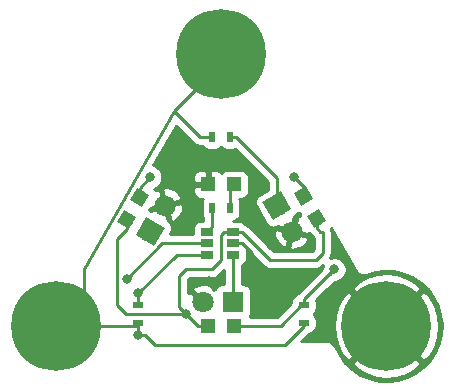
<source format=gbr>
G04 #@! TF.GenerationSoftware,KiCad,Pcbnew,(5.0.0)*
G04 #@! TF.CreationDate,2018-09-04T17:15:42+01:00*
G04 #@! TF.ProjectId,BlinkIR,426C696E6B49522E6B696361645F7063,rev?*
G04 #@! TF.SameCoordinates,Original*
G04 #@! TF.FileFunction,Copper,L1,Top,Signal*
G04 #@! TF.FilePolarity,Positive*
%FSLAX46Y46*%
G04 Gerber Fmt 4.6, Leading zero omitted, Abs format (unit mm)*
G04 Created by KiCad (PCBNEW (5.0.0)) date 09/04/18 17:15:42*
%MOMM*%
%LPD*%
G01*
G04 APERTURE LIST*
G04 #@! TA.AperFunction,SMDPad,CuDef*
%ADD10R,1.200000X1.200000*%
G04 #@! TD*
G04 #@! TA.AperFunction,SMDPad,CuDef*
%ADD11R,0.500000X0.900000*%
G04 #@! TD*
G04 #@! TA.AperFunction,SMDPad,CuDef*
%ADD12R,0.900000X0.500000*%
G04 #@! TD*
G04 #@! TA.AperFunction,SMDPad,CuDef*
%ADD13R,1.060000X0.650000*%
G04 #@! TD*
G04 #@! TA.AperFunction,SMDPad,CuDef*
%ADD14C,1.200000*%
G04 #@! TD*
G04 #@! TA.AperFunction,Conductor*
%ADD15C,0.100000*%
G04 #@! TD*
G04 #@! TA.AperFunction,ComponentPad*
%ADD16C,7.600000*%
G04 #@! TD*
G04 #@! TA.AperFunction,ComponentPad*
%ADD17C,1.800000*%
G04 #@! TD*
G04 #@! TA.AperFunction,ComponentPad*
%ADD18R,1.800000X1.800000*%
G04 #@! TD*
G04 #@! TA.AperFunction,ViaPad*
%ADD19C,0.800000*%
G04 #@! TD*
G04 #@! TA.AperFunction,Conductor*
%ADD20C,0.250000*%
G04 #@! TD*
G04 #@! TA.AperFunction,Conductor*
%ADD21C,0.254000*%
G04 #@! TD*
G04 APERTURE END LIST*
D10*
G04 #@! TO.P,D1,1*
G04 #@! TO.N,GND*
X182900000Y-62000000D03*
G04 #@! TO.P,D1,2*
G04 #@! TO.N,Net-(D1-Pad2)*
X185100000Y-62000000D03*
G04 #@! TD*
D11*
G04 #@! TO.P,R1,2*
G04 #@! TO.N,Net-(D1-Pad2)*
X184750000Y-64000000D03*
G04 #@! TO.P,R1,1*
G04 #@! TO.N,/BLINK*
X183250000Y-64000000D03*
G04 #@! TD*
D12*
G04 #@! TO.P,R2,2*
G04 #@! TO.N,VCC*
X177000000Y-73750000D03*
G04 #@! TO.P,R2,1*
G04 #@! TO.N,/RESET*
X177000000Y-72250000D03*
G04 #@! TD*
G04 #@! TO.P,R3,1*
G04 #@! TO.N,VCC*
X191000000Y-73750000D03*
G04 #@! TO.P,R3,2*
G04 #@! TO.N,Net-(D2-Pad2)*
X191000000Y-72250000D03*
G04 #@! TD*
D11*
G04 #@! TO.P,R4,1*
G04 #@! TO.N,VCC*
X183250000Y-58000000D03*
G04 #@! TO.P,R4,2*
G04 #@! TO.N,/SENCE_BLINK*
X184750000Y-58000000D03*
G04 #@! TD*
D13*
G04 #@! TO.P,U1,5*
G04 #@! TO.N,VCC*
X182800000Y-67000000D03*
G04 #@! TO.P,U1,6*
G04 #@! TO.N,/RESET*
X182800000Y-67950000D03*
G04 #@! TO.P,U1,4*
G04 #@! TO.N,/BLINK*
X182800000Y-66050000D03*
G04 #@! TO.P,U1,3*
G04 #@! TO.N,/SEND_BLINK*
X185000000Y-66050000D03*
G04 #@! TO.P,U1,2*
G04 #@! TO.N,GND*
X185000000Y-67000000D03*
G04 #@! TO.P,U1,1*
G04 #@! TO.N,/SENCE_BLINK*
X185000000Y-67950000D03*
G04 #@! TD*
D14*
G04 #@! TO.P,D2,1*
G04 #@! TO.N,/SEND_BLINK*
X192100000Y-64905256D03*
D15*
G04 #@! TD*
G04 #@! TO.N,/SEND_BLINK*
G04 #@! TO.C,D2*
G36*
X191280385Y-64685641D02*
X192319615Y-64085641D01*
X192919615Y-65124871D01*
X191880385Y-65724871D01*
X191280385Y-64685641D01*
X191280385Y-64685641D01*
G37*
D14*
G04 #@! TO.P,D2,2*
G04 #@! TO.N,Net-(D2-Pad2)*
X191000000Y-63000000D03*
D15*
G04 #@! TD*
G04 #@! TO.N,Net-(D2-Pad2)*
G04 #@! TO.C,D2*
G36*
X190180385Y-62780385D02*
X191219615Y-62180385D01*
X191819615Y-63219615D01*
X190780385Y-63819615D01*
X190180385Y-62780385D01*
X190180385Y-62780385D01*
G37*
D10*
G04 #@! TO.P,D3,2*
G04 #@! TO.N,Net-(D2-Pad2)*
X185100000Y-74000000D03*
G04 #@! TO.P,D3,1*
G04 #@! TO.N,/SEND_BLINK*
X182900000Y-74000000D03*
G04 #@! TD*
D14*
G04 #@! TO.P,D4,1*
G04 #@! TO.N,/SEND_BLINK*
X176000000Y-65000000D03*
D15*
G04 #@! TD*
G04 #@! TO.N,/SEND_BLINK*
G04 #@! TO.C,D4*
G36*
X175780385Y-64180385D02*
X176819615Y-64780385D01*
X176219615Y-65819615D01*
X175180385Y-65219615D01*
X175780385Y-64180385D01*
X175780385Y-64180385D01*
G37*
D14*
G04 #@! TO.P,D4,2*
G04 #@! TO.N,Net-(D2-Pad2)*
X177100000Y-63094744D03*
D15*
G04 #@! TD*
G04 #@! TO.N,Net-(D2-Pad2)*
G04 #@! TO.C,D4*
G36*
X176880385Y-62275129D02*
X177919615Y-62875129D01*
X177319615Y-63914359D01*
X176280385Y-63314359D01*
X176880385Y-62275129D01*
X176880385Y-62275129D01*
G37*
D16*
G04 #@! TO.P,J1,1*
G04 #@! TO.N,VCC*
X184000000Y-51000000D03*
G04 #@! TD*
G04 #@! TO.P,J2,1*
G04 #@! TO.N,VCC*
X170000000Y-74000000D03*
G04 #@! TD*
G04 #@! TO.P,J3,1*
G04 #@! TO.N,GND*
X198000000Y-74000000D03*
G04 #@! TD*
D17*
G04 #@! TO.P,Q1,2*
G04 #@! TO.N,GND*
X182460000Y-72000000D03*
D18*
G04 #@! TO.P,Q1,1*
G04 #@! TO.N,/SENCE_BLINK*
X185000000Y-72000000D03*
G04 #@! TD*
D17*
G04 #@! TO.P,Q2,1*
G04 #@! TO.N,/SENCE_BLINK*
X178000000Y-66000000D03*
D15*
G04 #@! TD*
G04 #@! TO.N,/SENCE_BLINK*
G04 #@! TO.C,Q2*
G36*
X178329423Y-67229423D02*
X176770577Y-66329423D01*
X177670577Y-64770577D01*
X179229423Y-65670577D01*
X178329423Y-67229423D01*
X178329423Y-67229423D01*
G37*
D17*
G04 #@! TO.P,Q2,2*
G04 #@! TO.N,GND*
X179270000Y-63800295D03*
G04 #@! TD*
G04 #@! TO.P,Q3,2*
G04 #@! TO.N,GND*
X190000000Y-66000000D03*
G04 #@! TO.P,Q3,1*
G04 #@! TO.N,/SENCE_BLINK*
X188730000Y-63800295D03*
D15*
G04 #@! TD*
G04 #@! TO.N,/SENCE_BLINK*
G04 #@! TO.C,Q3*
G36*
X187500577Y-63470872D02*
X189059423Y-62570872D01*
X189959423Y-64129718D01*
X188400577Y-65029718D01*
X187500577Y-63470872D01*
X187500577Y-63470872D01*
G37*
D19*
G04 #@! TO.N,VCC*
X177000000Y-74800000D03*
X176018482Y-70000000D03*
G04 #@! TO.N,GND*
X188200000Y-70400000D03*
X183000000Y-70200000D03*
X186600000Y-68800000D03*
G04 #@! TO.N,/RESET*
X177000000Y-71200000D03*
G04 #@! TO.N,Net-(D2-Pad2)*
X178000000Y-61400000D03*
X190200000Y-61400000D03*
X193600000Y-69200000D03*
G04 #@! TO.N,/SEND_BLINK*
X181000000Y-72950000D03*
G04 #@! TD*
D20*
G04 #@! TO.N,VCC*
X184000000Y-51000000D02*
X184000000Y-51800000D01*
X172369815Y-71630185D02*
X170000000Y-74000000D01*
X172369815Y-69159069D02*
X172369815Y-71630185D01*
X180008324Y-55791676D02*
X172369815Y-69159069D01*
X184000000Y-51800000D02*
X180008324Y-55791676D01*
X176750000Y-74000000D02*
X177000000Y-73750000D01*
X170000000Y-74000000D02*
X176750000Y-74000000D01*
X177000000Y-73750000D02*
X177000000Y-74250000D01*
X177000000Y-74250000D02*
X177000000Y-74800000D01*
X177000000Y-74800000D02*
X177000000Y-74800000D01*
X191000000Y-74000000D02*
X191000000Y-73750000D01*
X189400000Y-75600000D02*
X191000000Y-74000000D01*
X178365685Y-75600000D02*
X189400000Y-75600000D01*
X177000000Y-74800000D02*
X177565685Y-74800000D01*
X177565685Y-74800000D02*
X178365685Y-75600000D01*
X182216648Y-58000000D02*
X180008324Y-55791676D01*
X183250000Y-58000000D02*
X182216648Y-58000000D01*
X179018482Y-67000000D02*
X176018482Y-70000000D01*
X182800000Y-67000000D02*
X179018482Y-67000000D01*
X176018482Y-70000000D02*
X176018482Y-70000000D01*
G04 #@! TO.N,GND*
X186600000Y-68234315D02*
X186600000Y-68800000D01*
X186600000Y-67820000D02*
X186600000Y-68234315D01*
X185780000Y-67000000D02*
X186600000Y-67820000D01*
X185000000Y-67000000D02*
X185780000Y-67000000D01*
G04 #@! TO.N,Net-(D1-Pad2)*
X184750000Y-62350000D02*
X185100000Y-62000000D01*
X184750000Y-64000000D02*
X184750000Y-62350000D01*
G04 #@! TO.N,/BLINK*
X183250000Y-65600000D02*
X182800000Y-66050000D01*
X183250000Y-64000000D02*
X183250000Y-65600000D01*
G04 #@! TO.N,/RESET*
X177000000Y-72250000D02*
X177000000Y-71750000D01*
X177000000Y-71750000D02*
X177000000Y-71200000D01*
X177000000Y-71200000D02*
X177000000Y-71200000D01*
X180250000Y-67950000D02*
X177000000Y-71200000D01*
X182800000Y-67950000D02*
X180250000Y-67950000D01*
G04 #@! TO.N,Net-(D2-Pad2)*
X185950000Y-74000000D02*
X185100000Y-74000000D01*
X189050000Y-74000000D02*
X185950000Y-74000000D01*
X190800000Y-72250000D02*
X189050000Y-74000000D01*
X191000000Y-72250000D02*
X190800000Y-72250000D01*
X177100000Y-63094744D02*
X177100000Y-62300000D01*
X177100000Y-62300000D02*
X178000000Y-61400000D01*
X191000000Y-63000000D02*
X191000000Y-62207180D01*
X178000000Y-61400000D02*
X178000000Y-61400000D01*
X190400000Y-61607180D02*
X190400000Y-61607180D01*
X190592820Y-61792820D02*
X190200000Y-61400000D01*
X190592820Y-61800000D02*
X190592820Y-61792820D01*
X190592820Y-61800000D02*
X190400000Y-61607180D01*
X191000000Y-62207180D02*
X190592820Y-61800000D01*
X191000000Y-71750000D02*
X193600000Y-69200000D01*
X191000000Y-72250000D02*
X191000000Y-71750000D01*
X193150000Y-69600000D02*
X193200000Y-69600000D01*
X193200000Y-69600000D02*
X193600000Y-69200000D01*
X193600000Y-69200000D02*
X193150000Y-69600000D01*
G04 #@! TO.N,/SENCE_BLINK*
X188730000Y-61480000D02*
X188730000Y-63800295D01*
X184750000Y-58000000D02*
X185250000Y-58000000D01*
X185250000Y-58000000D02*
X188730000Y-61480000D01*
X185000000Y-67950000D02*
X185000000Y-72000000D01*
G04 #@! TO.N,/SEND_BLINK*
X185780000Y-66050000D02*
X188130000Y-68400000D01*
X185000000Y-66050000D02*
X185780000Y-66050000D01*
X188130000Y-68400000D02*
X192000000Y-68400000D01*
X192000000Y-68400000D02*
X192600000Y-67800000D01*
X192600000Y-67800000D02*
X192600000Y-66000000D01*
X192100000Y-65698076D02*
X192100000Y-64905256D01*
X192401924Y-66000000D02*
X192100000Y-65698076D01*
X192600000Y-66000000D02*
X192401924Y-66000000D01*
X184000000Y-68400000D02*
X184000000Y-66270000D01*
X184220000Y-66050000D02*
X185000000Y-66050000D01*
X182900000Y-74000000D02*
X182050000Y-74000000D01*
X180400000Y-72350000D02*
X180400000Y-69800000D01*
X180400000Y-69800000D02*
X181000000Y-69200000D01*
X184000000Y-66270000D02*
X184220000Y-66050000D01*
X181000000Y-69200000D02*
X183200000Y-69200000D01*
X183200000Y-69200000D02*
X184000000Y-68400000D01*
X175950000Y-72950000D02*
X181000000Y-72950000D01*
X181000000Y-72950000D02*
X180400000Y-72350000D01*
X182050000Y-74000000D02*
X181000000Y-72950000D01*
X176000000Y-65000000D02*
X176000000Y-65792820D01*
X176000000Y-65792820D02*
X175200000Y-66592820D01*
X175200000Y-66592820D02*
X175200000Y-72200000D01*
X175200000Y-72200000D02*
X175950000Y-72950000D01*
X181000000Y-72950000D02*
X181000000Y-72950000D01*
G04 #@! TD*
D21*
G04 #@! TO.N,GND*
G36*
X195400850Y-69382539D02*
X195461521Y-69468006D01*
X195563172Y-69564066D01*
X195681609Y-69638448D01*
X195812282Y-69688296D01*
X195950169Y-69711692D01*
X196089971Y-69707738D01*
X196226316Y-69676587D01*
X196248681Y-69666573D01*
X197044395Y-69426312D01*
X197853117Y-69329858D01*
X198666313Y-69375302D01*
X199459263Y-69561267D01*
X200207868Y-69882097D01*
X200889390Y-70328049D01*
X201483124Y-70885575D01*
X201971024Y-71537731D01*
X202338261Y-72264693D01*
X202573688Y-73044395D01*
X202670142Y-73853118D01*
X202624698Y-74666315D01*
X202438733Y-75459263D01*
X202117903Y-76207867D01*
X201671949Y-76889392D01*
X201114425Y-77483124D01*
X200462271Y-77971023D01*
X199735307Y-78338262D01*
X198955607Y-78573688D01*
X198146882Y-78670142D01*
X197333685Y-78624698D01*
X196540737Y-78438733D01*
X195792133Y-78117903D01*
X195110608Y-77671949D01*
X194530709Y-77127414D01*
X195052191Y-77127414D01*
X195484368Y-77678536D01*
X196250351Y-78098629D01*
X197083573Y-78361215D01*
X197952013Y-78456201D01*
X198822297Y-78379938D01*
X199660980Y-78135356D01*
X200435833Y-77731855D01*
X200515632Y-77678536D01*
X200947809Y-77127414D01*
X198000000Y-74179605D01*
X195052191Y-77127414D01*
X194530709Y-77127414D01*
X194516876Y-77114425D01*
X194028977Y-76462271D01*
X193661527Y-75734888D01*
X193659128Y-75726980D01*
X193593200Y-75603637D01*
X193504475Y-75495525D01*
X193396363Y-75406800D01*
X193273020Y-75340872D01*
X193139184Y-75300273D01*
X193034877Y-75290000D01*
X190784802Y-75290000D01*
X191436730Y-74638072D01*
X191450000Y-74638072D01*
X191574482Y-74625812D01*
X191694180Y-74589502D01*
X191804494Y-74530537D01*
X191901185Y-74451185D01*
X191980537Y-74354494D01*
X192039502Y-74244180D01*
X192075812Y-74124482D01*
X192088072Y-74000000D01*
X192088072Y-73952013D01*
X193543799Y-73952013D01*
X193620062Y-74822297D01*
X193864644Y-75660980D01*
X194268145Y-76435833D01*
X194321464Y-76515632D01*
X194872586Y-76947809D01*
X197820395Y-74000000D01*
X198179605Y-74000000D01*
X201127414Y-76947809D01*
X201678536Y-76515632D01*
X202098629Y-75749649D01*
X202361215Y-74916427D01*
X202456201Y-74047987D01*
X202379938Y-73177703D01*
X202135356Y-72339020D01*
X201731855Y-71564167D01*
X201678536Y-71484368D01*
X201127414Y-71052191D01*
X198179605Y-74000000D01*
X197820395Y-74000000D01*
X194872586Y-71052191D01*
X194321464Y-71484368D01*
X193901371Y-72250351D01*
X193638785Y-73083573D01*
X193543799Y-73952013D01*
X192088072Y-73952013D01*
X192088072Y-73500000D01*
X192075812Y-73375518D01*
X192039502Y-73255820D01*
X191980537Y-73145506D01*
X191901185Y-73048815D01*
X191841704Y-73000000D01*
X191901185Y-72951185D01*
X191980537Y-72854494D01*
X192039502Y-72744180D01*
X192075812Y-72624482D01*
X192088072Y-72500000D01*
X192088072Y-72000000D01*
X192075812Y-71875518D01*
X192048663Y-71786020D01*
X192980007Y-70872586D01*
X195052191Y-70872586D01*
X198000000Y-73820395D01*
X200947809Y-70872586D01*
X200515632Y-70321464D01*
X199749649Y-69901371D01*
X198916427Y-69638785D01*
X198047987Y-69543799D01*
X197177703Y-69620062D01*
X196339020Y-69864644D01*
X195564167Y-70268145D01*
X195484368Y-70321464D01*
X195052191Y-70872586D01*
X192980007Y-70872586D01*
X193630096Y-70235000D01*
X193701939Y-70235000D01*
X193901898Y-70195226D01*
X194090256Y-70117205D01*
X194259774Y-70003937D01*
X194403937Y-69859774D01*
X194517205Y-69690256D01*
X194595226Y-69501898D01*
X194635000Y-69301939D01*
X194635000Y-69098061D01*
X194595226Y-68898102D01*
X194517205Y-68709744D01*
X194403937Y-68540226D01*
X194259774Y-68396063D01*
X194090256Y-68282795D01*
X193901898Y-68204774D01*
X193701939Y-68165000D01*
X193498061Y-68165000D01*
X193298102Y-68204774D01*
X193226711Y-68234345D01*
X193234974Y-68224277D01*
X193305546Y-68092247D01*
X193326350Y-68023663D01*
X193349003Y-67948986D01*
X193360000Y-67837333D01*
X193360000Y-67837324D01*
X193363676Y-67800001D01*
X193360000Y-67762678D01*
X193360000Y-66037333D01*
X193363677Y-66000000D01*
X193349003Y-65851014D01*
X193310721Y-65724812D01*
X195400850Y-69382539D01*
X195400850Y-69382539D01*
G37*
X195400850Y-69382539D02*
X195461521Y-69468006D01*
X195563172Y-69564066D01*
X195681609Y-69638448D01*
X195812282Y-69688296D01*
X195950169Y-69711692D01*
X196089971Y-69707738D01*
X196226316Y-69676587D01*
X196248681Y-69666573D01*
X197044395Y-69426312D01*
X197853117Y-69329858D01*
X198666313Y-69375302D01*
X199459263Y-69561267D01*
X200207868Y-69882097D01*
X200889390Y-70328049D01*
X201483124Y-70885575D01*
X201971024Y-71537731D01*
X202338261Y-72264693D01*
X202573688Y-73044395D01*
X202670142Y-73853118D01*
X202624698Y-74666315D01*
X202438733Y-75459263D01*
X202117903Y-76207867D01*
X201671949Y-76889392D01*
X201114425Y-77483124D01*
X200462271Y-77971023D01*
X199735307Y-78338262D01*
X198955607Y-78573688D01*
X198146882Y-78670142D01*
X197333685Y-78624698D01*
X196540737Y-78438733D01*
X195792133Y-78117903D01*
X195110608Y-77671949D01*
X194530709Y-77127414D01*
X195052191Y-77127414D01*
X195484368Y-77678536D01*
X196250351Y-78098629D01*
X197083573Y-78361215D01*
X197952013Y-78456201D01*
X198822297Y-78379938D01*
X199660980Y-78135356D01*
X200435833Y-77731855D01*
X200515632Y-77678536D01*
X200947809Y-77127414D01*
X198000000Y-74179605D01*
X195052191Y-77127414D01*
X194530709Y-77127414D01*
X194516876Y-77114425D01*
X194028977Y-76462271D01*
X193661527Y-75734888D01*
X193659128Y-75726980D01*
X193593200Y-75603637D01*
X193504475Y-75495525D01*
X193396363Y-75406800D01*
X193273020Y-75340872D01*
X193139184Y-75300273D01*
X193034877Y-75290000D01*
X190784802Y-75290000D01*
X191436730Y-74638072D01*
X191450000Y-74638072D01*
X191574482Y-74625812D01*
X191694180Y-74589502D01*
X191804494Y-74530537D01*
X191901185Y-74451185D01*
X191980537Y-74354494D01*
X192039502Y-74244180D01*
X192075812Y-74124482D01*
X192088072Y-74000000D01*
X192088072Y-73952013D01*
X193543799Y-73952013D01*
X193620062Y-74822297D01*
X193864644Y-75660980D01*
X194268145Y-76435833D01*
X194321464Y-76515632D01*
X194872586Y-76947809D01*
X197820395Y-74000000D01*
X198179605Y-74000000D01*
X201127414Y-76947809D01*
X201678536Y-76515632D01*
X202098629Y-75749649D01*
X202361215Y-74916427D01*
X202456201Y-74047987D01*
X202379938Y-73177703D01*
X202135356Y-72339020D01*
X201731855Y-71564167D01*
X201678536Y-71484368D01*
X201127414Y-71052191D01*
X198179605Y-74000000D01*
X197820395Y-74000000D01*
X194872586Y-71052191D01*
X194321464Y-71484368D01*
X193901371Y-72250351D01*
X193638785Y-73083573D01*
X193543799Y-73952013D01*
X192088072Y-73952013D01*
X192088072Y-73500000D01*
X192075812Y-73375518D01*
X192039502Y-73255820D01*
X191980537Y-73145506D01*
X191901185Y-73048815D01*
X191841704Y-73000000D01*
X191901185Y-72951185D01*
X191980537Y-72854494D01*
X192039502Y-72744180D01*
X192075812Y-72624482D01*
X192088072Y-72500000D01*
X192088072Y-72000000D01*
X192075812Y-71875518D01*
X192048663Y-71786020D01*
X192980007Y-70872586D01*
X195052191Y-70872586D01*
X198000000Y-73820395D01*
X200947809Y-70872586D01*
X200515632Y-70321464D01*
X199749649Y-69901371D01*
X198916427Y-69638785D01*
X198047987Y-69543799D01*
X197177703Y-69620062D01*
X196339020Y-69864644D01*
X195564167Y-70268145D01*
X195484368Y-70321464D01*
X195052191Y-70872586D01*
X192980007Y-70872586D01*
X193630096Y-70235000D01*
X193701939Y-70235000D01*
X193901898Y-70195226D01*
X194090256Y-70117205D01*
X194259774Y-70003937D01*
X194403937Y-69859774D01*
X194517205Y-69690256D01*
X194595226Y-69501898D01*
X194635000Y-69301939D01*
X194635000Y-69098061D01*
X194595226Y-68898102D01*
X194517205Y-68709744D01*
X194403937Y-68540226D01*
X194259774Y-68396063D01*
X194090256Y-68282795D01*
X193901898Y-68204774D01*
X193701939Y-68165000D01*
X193498061Y-68165000D01*
X193298102Y-68204774D01*
X193226711Y-68234345D01*
X193234974Y-68224277D01*
X193305546Y-68092247D01*
X193326350Y-68023663D01*
X193349003Y-67948986D01*
X193360000Y-67837333D01*
X193360000Y-67837324D01*
X193363676Y-67800001D01*
X193360000Y-67762678D01*
X193360000Y-66037333D01*
X193363677Y-66000000D01*
X193349003Y-65851014D01*
X193310721Y-65724812D01*
X195400850Y-69382539D01*
G36*
X187566201Y-68911003D02*
X187589999Y-68940001D01*
X187705724Y-69034974D01*
X187837753Y-69105546D01*
X187981014Y-69149003D01*
X188092667Y-69160000D01*
X188092677Y-69160000D01*
X188130000Y-69163676D01*
X188167323Y-69160000D01*
X191962678Y-69160000D01*
X192000000Y-69163676D01*
X192037322Y-69160000D01*
X192037333Y-69160000D01*
X192148986Y-69149003D01*
X192292247Y-69105546D01*
X192424276Y-69034974D01*
X192540001Y-68940001D01*
X192563803Y-68910998D01*
X192624626Y-68850175D01*
X192604774Y-68898102D01*
X192565000Y-69098061D01*
X192565000Y-69113238D01*
X192541036Y-69139170D01*
X192529292Y-69158341D01*
X192515026Y-69175724D01*
X192490266Y-69222045D01*
X192487459Y-69226629D01*
X190491849Y-71183861D01*
X190460000Y-71209999D01*
X190414874Y-71264984D01*
X190369175Y-71319580D01*
X190367389Y-71322845D01*
X190365026Y-71325724D01*
X190331451Y-71388537D01*
X190322147Y-71405545D01*
X190305820Y-71410498D01*
X190195506Y-71469463D01*
X190098815Y-71548815D01*
X190019463Y-71645506D01*
X189960498Y-71755820D01*
X189924188Y-71875518D01*
X189911928Y-72000000D01*
X189911928Y-72063270D01*
X188735199Y-73240000D01*
X186438284Y-73240000D01*
X186489502Y-73144180D01*
X186525812Y-73024482D01*
X186538072Y-72900000D01*
X186538072Y-71100000D01*
X186525812Y-70975518D01*
X186489502Y-70855820D01*
X186430537Y-70745506D01*
X186351185Y-70648815D01*
X186254494Y-70569463D01*
X186144180Y-70510498D01*
X186024482Y-70474188D01*
X185900000Y-70461928D01*
X185760000Y-70461928D01*
X185760000Y-68868803D01*
X185774180Y-68864502D01*
X185884494Y-68805537D01*
X185981185Y-68726185D01*
X186060537Y-68629494D01*
X186119502Y-68519180D01*
X186155812Y-68399482D01*
X186168072Y-68275000D01*
X186168072Y-67625000D01*
X186155822Y-67500624D01*
X187566201Y-68911003D01*
X187566201Y-68911003D01*
G37*
X187566201Y-68911003D02*
X187589999Y-68940001D01*
X187705724Y-69034974D01*
X187837753Y-69105546D01*
X187981014Y-69149003D01*
X188092667Y-69160000D01*
X188092677Y-69160000D01*
X188130000Y-69163676D01*
X188167323Y-69160000D01*
X191962678Y-69160000D01*
X192000000Y-69163676D01*
X192037322Y-69160000D01*
X192037333Y-69160000D01*
X192148986Y-69149003D01*
X192292247Y-69105546D01*
X192424276Y-69034974D01*
X192540001Y-68940001D01*
X192563803Y-68910998D01*
X192624626Y-68850175D01*
X192604774Y-68898102D01*
X192565000Y-69098061D01*
X192565000Y-69113238D01*
X192541036Y-69139170D01*
X192529292Y-69158341D01*
X192515026Y-69175724D01*
X192490266Y-69222045D01*
X192487459Y-69226629D01*
X190491849Y-71183861D01*
X190460000Y-71209999D01*
X190414874Y-71264984D01*
X190369175Y-71319580D01*
X190367389Y-71322845D01*
X190365026Y-71325724D01*
X190331451Y-71388537D01*
X190322147Y-71405545D01*
X190305820Y-71410498D01*
X190195506Y-71469463D01*
X190098815Y-71548815D01*
X190019463Y-71645506D01*
X189960498Y-71755820D01*
X189924188Y-71875518D01*
X189911928Y-72000000D01*
X189911928Y-72063270D01*
X188735199Y-73240000D01*
X186438284Y-73240000D01*
X186489502Y-73144180D01*
X186525812Y-73024482D01*
X186538072Y-72900000D01*
X186538072Y-71100000D01*
X186525812Y-70975518D01*
X186489502Y-70855820D01*
X186430537Y-70745506D01*
X186351185Y-70648815D01*
X186254494Y-70569463D01*
X186144180Y-70510498D01*
X186024482Y-70474188D01*
X185900000Y-70461928D01*
X185760000Y-70461928D01*
X185760000Y-68868803D01*
X185774180Y-68864502D01*
X185884494Y-68805537D01*
X185981185Y-68726185D01*
X186060537Y-68629494D01*
X186119502Y-68519180D01*
X186155812Y-68399482D01*
X186168072Y-68275000D01*
X186168072Y-67625000D01*
X186155822Y-67500624D01*
X187566201Y-68911003D01*
G36*
X184240001Y-70461928D02*
X184100000Y-70461928D01*
X183975518Y-70474188D01*
X183855820Y-70510498D01*
X183745506Y-70569463D01*
X183648815Y-70648815D01*
X183569463Y-70745506D01*
X183510498Y-70855820D01*
X183507187Y-70866735D01*
X183460422Y-70819970D01*
X183344474Y-70935918D01*
X183260792Y-70681739D01*
X182988225Y-70550842D01*
X182695358Y-70475635D01*
X182393447Y-70459009D01*
X182094093Y-70501603D01*
X181808801Y-70601778D01*
X181659208Y-70681739D01*
X181575525Y-70935920D01*
X182460000Y-71820395D01*
X182474143Y-71806253D01*
X182653748Y-71985858D01*
X182639605Y-72000000D01*
X182653748Y-72014143D01*
X182474143Y-72193748D01*
X182460000Y-72179605D01*
X182445858Y-72193748D01*
X182266253Y-72014143D01*
X182280395Y-72000000D01*
X181395920Y-71115525D01*
X181160000Y-71193196D01*
X181160000Y-70114801D01*
X181314802Y-69960000D01*
X183162678Y-69960000D01*
X183200000Y-69963676D01*
X183237322Y-69960000D01*
X183237333Y-69960000D01*
X183348986Y-69949003D01*
X183492247Y-69905546D01*
X183624276Y-69834974D01*
X183740001Y-69740001D01*
X183763803Y-69710998D01*
X184240000Y-69234801D01*
X184240001Y-70461928D01*
X184240001Y-70461928D01*
G37*
X184240001Y-70461928D02*
X184100000Y-70461928D01*
X183975518Y-70474188D01*
X183855820Y-70510498D01*
X183745506Y-70569463D01*
X183648815Y-70648815D01*
X183569463Y-70745506D01*
X183510498Y-70855820D01*
X183507187Y-70866735D01*
X183460422Y-70819970D01*
X183344474Y-70935918D01*
X183260792Y-70681739D01*
X182988225Y-70550842D01*
X182695358Y-70475635D01*
X182393447Y-70459009D01*
X182094093Y-70501603D01*
X181808801Y-70601778D01*
X181659208Y-70681739D01*
X181575525Y-70935920D01*
X182460000Y-71820395D01*
X182474143Y-71806253D01*
X182653748Y-71985858D01*
X182639605Y-72000000D01*
X182653748Y-72014143D01*
X182474143Y-72193748D01*
X182460000Y-72179605D01*
X182445858Y-72193748D01*
X182266253Y-72014143D01*
X182280395Y-72000000D01*
X181395920Y-71115525D01*
X181160000Y-71193196D01*
X181160000Y-70114801D01*
X181314802Y-69960000D01*
X183162678Y-69960000D01*
X183200000Y-69963676D01*
X183237322Y-69960000D01*
X183237333Y-69960000D01*
X183348986Y-69949003D01*
X183492247Y-69905546D01*
X183624276Y-69834974D01*
X183740001Y-69740001D01*
X183763803Y-69710998D01*
X184240000Y-69234801D01*
X184240001Y-70461928D01*
G36*
X181652848Y-58511002D02*
X181676647Y-58540001D01*
X181792372Y-58634974D01*
X181924401Y-58705546D01*
X182067662Y-58749003D01*
X182179315Y-58760000D01*
X182179323Y-58760000D01*
X182216648Y-58763676D01*
X182253973Y-58760000D01*
X182445680Y-58760000D01*
X182469463Y-58804494D01*
X182548815Y-58901185D01*
X182645506Y-58980537D01*
X182755820Y-59039502D01*
X182875518Y-59075812D01*
X183000000Y-59088072D01*
X183500000Y-59088072D01*
X183624482Y-59075812D01*
X183744180Y-59039502D01*
X183854494Y-58980537D01*
X183951185Y-58901185D01*
X184000000Y-58841704D01*
X184048815Y-58901185D01*
X184145506Y-58980537D01*
X184255820Y-59039502D01*
X184375518Y-59075812D01*
X184500000Y-59088072D01*
X185000000Y-59088072D01*
X185124482Y-59075812D01*
X185221562Y-59046363D01*
X187970000Y-61794802D01*
X187970000Y-62463068D01*
X187181541Y-62918285D01*
X187079867Y-62991144D01*
X186994360Y-63082438D01*
X186928308Y-63188660D01*
X186884247Y-63305727D01*
X186863871Y-63429140D01*
X186867964Y-63554157D01*
X186896367Y-63675973D01*
X186947990Y-63789908D01*
X187847990Y-65348754D01*
X187920849Y-65450428D01*
X188012143Y-65535935D01*
X188118365Y-65601987D01*
X188235432Y-65646048D01*
X188358845Y-65666424D01*
X188483862Y-65662331D01*
X188605678Y-65633928D01*
X188719613Y-65582305D01*
X188786884Y-65543466D01*
X189575045Y-65754653D01*
X189806251Y-65985859D01*
X189985859Y-65806251D01*
X189934260Y-65754652D01*
X190211189Y-64721143D01*
X190278459Y-64682305D01*
X190380133Y-64609446D01*
X190465640Y-64518152D01*
X190531692Y-64411930D01*
X190534142Y-64405422D01*
X190615240Y-64435945D01*
X190691160Y-64448480D01*
X190664055Y-64520496D01*
X190643679Y-64643909D01*
X190644453Y-64667545D01*
X190479283Y-64701983D01*
X190245347Y-65575045D01*
X190014141Y-65806251D01*
X190193749Y-65985859D01*
X190245348Y-65934260D01*
X191363757Y-66233938D01*
X191423544Y-66167017D01*
X191491951Y-66231088D01*
X191598173Y-66297140D01*
X191640009Y-66312886D01*
X191838120Y-66510997D01*
X191840001Y-66513289D01*
X191840000Y-67485198D01*
X191685199Y-67640000D01*
X188444802Y-67640000D01*
X188168559Y-67363757D01*
X189766062Y-67363757D01*
X189965624Y-67542044D01*
X190267123Y-67519120D01*
X190558356Y-67437818D01*
X190828132Y-67301261D01*
X191066083Y-67114697D01*
X191263065Y-66885296D01*
X191352637Y-66741252D01*
X191298017Y-66479283D01*
X190089803Y-66155543D01*
X189766062Y-67363757D01*
X188168559Y-67363757D01*
X186770426Y-65965624D01*
X188457956Y-65965624D01*
X188480880Y-66267123D01*
X188562182Y-66558356D01*
X188698739Y-66828132D01*
X188885303Y-67066083D01*
X189114704Y-67263065D01*
X189258748Y-67352637D01*
X189520717Y-67298017D01*
X189844457Y-66089803D01*
X188636243Y-65766062D01*
X188457956Y-65965624D01*
X186770426Y-65965624D01*
X186343804Y-65539003D01*
X186320001Y-65509999D01*
X186204276Y-65415026D01*
X186072247Y-65344454D01*
X186028189Y-65331089D01*
X185981185Y-65273815D01*
X185884494Y-65194463D01*
X185774180Y-65135498D01*
X185654482Y-65099188D01*
X185530000Y-65086928D01*
X185011616Y-65086928D01*
X185124482Y-65075812D01*
X185244180Y-65039502D01*
X185354494Y-64980537D01*
X185451185Y-64901185D01*
X185530537Y-64804494D01*
X185589502Y-64694180D01*
X185625812Y-64574482D01*
X185638072Y-64450000D01*
X185638072Y-63550000D01*
X185625812Y-63425518D01*
X185589502Y-63305820D01*
X185553289Y-63238072D01*
X185700000Y-63238072D01*
X185824482Y-63225812D01*
X185944180Y-63189502D01*
X186054494Y-63130537D01*
X186151185Y-63051185D01*
X186230537Y-62954494D01*
X186289502Y-62844180D01*
X186325812Y-62724482D01*
X186338072Y-62600000D01*
X186338072Y-61400000D01*
X186325812Y-61275518D01*
X186289502Y-61155820D01*
X186230537Y-61045506D01*
X186151185Y-60948815D01*
X186054494Y-60869463D01*
X185944180Y-60810498D01*
X185824482Y-60774188D01*
X185700000Y-60761928D01*
X184500000Y-60761928D01*
X184375518Y-60774188D01*
X184255820Y-60810498D01*
X184145506Y-60869463D01*
X184048815Y-60948815D01*
X184001092Y-61006966D01*
X183993237Y-60995211D01*
X183904789Y-60906763D01*
X183800785Y-60837270D01*
X183685223Y-60789403D01*
X183562542Y-60765000D01*
X183185750Y-60765000D01*
X183027000Y-60923750D01*
X183027000Y-61873000D01*
X183047000Y-61873000D01*
X183047000Y-62127000D01*
X183027000Y-62127000D01*
X183027000Y-62147000D01*
X182773000Y-62147000D01*
X182773000Y-62127000D01*
X181823750Y-62127000D01*
X181665000Y-62285750D01*
X181665000Y-62662542D01*
X181689403Y-62785223D01*
X181737270Y-62900785D01*
X181806763Y-63004789D01*
X181895211Y-63093237D01*
X181999215Y-63162730D01*
X182114777Y-63210597D01*
X182237458Y-63235000D01*
X182448353Y-63235000D01*
X182410498Y-63305820D01*
X182374188Y-63425518D01*
X182361928Y-63550000D01*
X182361928Y-64450000D01*
X182374188Y-64574482D01*
X182410498Y-64694180D01*
X182469463Y-64804494D01*
X182490001Y-64829519D01*
X182490001Y-65086928D01*
X182270000Y-65086928D01*
X182145518Y-65099188D01*
X182025820Y-65135498D01*
X181915506Y-65194463D01*
X181818815Y-65273815D01*
X181739463Y-65370506D01*
X181680498Y-65480820D01*
X181644188Y-65600518D01*
X181631928Y-65725000D01*
X181631928Y-66240000D01*
X179637449Y-66240000D01*
X179782010Y-65989613D01*
X179833633Y-65875678D01*
X179862036Y-65753862D01*
X179866129Y-65628845D01*
X179845753Y-65505432D01*
X179801692Y-65388365D01*
X179735640Y-65282143D01*
X179650133Y-65190849D01*
X179548459Y-65117990D01*
X179481189Y-65079152D01*
X179204260Y-64045643D01*
X179255859Y-63994044D01*
X179151913Y-63890098D01*
X179425543Y-63890098D01*
X179749283Y-65098312D01*
X180011252Y-65152932D01*
X180260895Y-64982330D01*
X180472459Y-64766304D01*
X180637814Y-64513154D01*
X180750604Y-64232609D01*
X180806495Y-63935451D01*
X180812044Y-63765919D01*
X180633757Y-63566357D01*
X179425543Y-63890098D01*
X179151913Y-63890098D01*
X179076251Y-63814436D01*
X178845045Y-64045642D01*
X178056884Y-64256829D01*
X177989613Y-64217990D01*
X177903596Y-64179017D01*
X178002001Y-64008575D01*
X179024652Y-63734555D01*
X179076251Y-63786154D01*
X179255859Y-63606546D01*
X179024653Y-63375340D01*
X178790717Y-62502278D01*
X178528748Y-62447658D01*
X178439488Y-62508657D01*
X178425832Y-62486695D01*
X178378855Y-62436538D01*
X179036062Y-62436538D01*
X179359803Y-63644752D01*
X180568017Y-63321012D01*
X180622637Y-63059043D01*
X180452035Y-62809400D01*
X180236009Y-62597836D01*
X179982859Y-62432481D01*
X179702314Y-62319691D01*
X179405156Y-62263800D01*
X179235624Y-62258251D01*
X179036062Y-62436538D01*
X178378855Y-62436538D01*
X178340325Y-62395401D01*
X178326094Y-62385203D01*
X178490256Y-62317205D01*
X178659774Y-62203937D01*
X178803937Y-62059774D01*
X178917205Y-61890256D01*
X178995226Y-61701898D01*
X179035000Y-61501939D01*
X179035000Y-61337458D01*
X181665000Y-61337458D01*
X181665000Y-61714250D01*
X181823750Y-61873000D01*
X182773000Y-61873000D01*
X182773000Y-60923750D01*
X182614250Y-60765000D01*
X182237458Y-60765000D01*
X182114777Y-60789403D01*
X181999215Y-60837270D01*
X181895211Y-60906763D01*
X181806763Y-60995211D01*
X181737270Y-61099215D01*
X181689403Y-61214777D01*
X181665000Y-61337458D01*
X179035000Y-61337458D01*
X179035000Y-61298061D01*
X178995226Y-61098102D01*
X178917205Y-60909744D01*
X178803937Y-60740226D01*
X178659774Y-60596063D01*
X178490256Y-60482795D01*
X178301898Y-60404774D01*
X178253141Y-60395076D01*
X180174516Y-57032669D01*
X181652848Y-58511002D01*
X181652848Y-58511002D01*
G37*
X181652848Y-58511002D02*
X181676647Y-58540001D01*
X181792372Y-58634974D01*
X181924401Y-58705546D01*
X182067662Y-58749003D01*
X182179315Y-58760000D01*
X182179323Y-58760000D01*
X182216648Y-58763676D01*
X182253973Y-58760000D01*
X182445680Y-58760000D01*
X182469463Y-58804494D01*
X182548815Y-58901185D01*
X182645506Y-58980537D01*
X182755820Y-59039502D01*
X182875518Y-59075812D01*
X183000000Y-59088072D01*
X183500000Y-59088072D01*
X183624482Y-59075812D01*
X183744180Y-59039502D01*
X183854494Y-58980537D01*
X183951185Y-58901185D01*
X184000000Y-58841704D01*
X184048815Y-58901185D01*
X184145506Y-58980537D01*
X184255820Y-59039502D01*
X184375518Y-59075812D01*
X184500000Y-59088072D01*
X185000000Y-59088072D01*
X185124482Y-59075812D01*
X185221562Y-59046363D01*
X187970000Y-61794802D01*
X187970000Y-62463068D01*
X187181541Y-62918285D01*
X187079867Y-62991144D01*
X186994360Y-63082438D01*
X186928308Y-63188660D01*
X186884247Y-63305727D01*
X186863871Y-63429140D01*
X186867964Y-63554157D01*
X186896367Y-63675973D01*
X186947990Y-63789908D01*
X187847990Y-65348754D01*
X187920849Y-65450428D01*
X188012143Y-65535935D01*
X188118365Y-65601987D01*
X188235432Y-65646048D01*
X188358845Y-65666424D01*
X188483862Y-65662331D01*
X188605678Y-65633928D01*
X188719613Y-65582305D01*
X188786884Y-65543466D01*
X189575045Y-65754653D01*
X189806251Y-65985859D01*
X189985859Y-65806251D01*
X189934260Y-65754652D01*
X190211189Y-64721143D01*
X190278459Y-64682305D01*
X190380133Y-64609446D01*
X190465640Y-64518152D01*
X190531692Y-64411930D01*
X190534142Y-64405422D01*
X190615240Y-64435945D01*
X190691160Y-64448480D01*
X190664055Y-64520496D01*
X190643679Y-64643909D01*
X190644453Y-64667545D01*
X190479283Y-64701983D01*
X190245347Y-65575045D01*
X190014141Y-65806251D01*
X190193749Y-65985859D01*
X190245348Y-65934260D01*
X191363757Y-66233938D01*
X191423544Y-66167017D01*
X191491951Y-66231088D01*
X191598173Y-66297140D01*
X191640009Y-66312886D01*
X191838120Y-66510997D01*
X191840001Y-66513289D01*
X191840000Y-67485198D01*
X191685199Y-67640000D01*
X188444802Y-67640000D01*
X188168559Y-67363757D01*
X189766062Y-67363757D01*
X189965624Y-67542044D01*
X190267123Y-67519120D01*
X190558356Y-67437818D01*
X190828132Y-67301261D01*
X191066083Y-67114697D01*
X191263065Y-66885296D01*
X191352637Y-66741252D01*
X191298017Y-66479283D01*
X190089803Y-66155543D01*
X189766062Y-67363757D01*
X188168559Y-67363757D01*
X186770426Y-65965624D01*
X188457956Y-65965624D01*
X188480880Y-66267123D01*
X188562182Y-66558356D01*
X188698739Y-66828132D01*
X188885303Y-67066083D01*
X189114704Y-67263065D01*
X189258748Y-67352637D01*
X189520717Y-67298017D01*
X189844457Y-66089803D01*
X188636243Y-65766062D01*
X188457956Y-65965624D01*
X186770426Y-65965624D01*
X186343804Y-65539003D01*
X186320001Y-65509999D01*
X186204276Y-65415026D01*
X186072247Y-65344454D01*
X186028189Y-65331089D01*
X185981185Y-65273815D01*
X185884494Y-65194463D01*
X185774180Y-65135498D01*
X185654482Y-65099188D01*
X185530000Y-65086928D01*
X185011616Y-65086928D01*
X185124482Y-65075812D01*
X185244180Y-65039502D01*
X185354494Y-64980537D01*
X185451185Y-64901185D01*
X185530537Y-64804494D01*
X185589502Y-64694180D01*
X185625812Y-64574482D01*
X185638072Y-64450000D01*
X185638072Y-63550000D01*
X185625812Y-63425518D01*
X185589502Y-63305820D01*
X185553289Y-63238072D01*
X185700000Y-63238072D01*
X185824482Y-63225812D01*
X185944180Y-63189502D01*
X186054494Y-63130537D01*
X186151185Y-63051185D01*
X186230537Y-62954494D01*
X186289502Y-62844180D01*
X186325812Y-62724482D01*
X186338072Y-62600000D01*
X186338072Y-61400000D01*
X186325812Y-61275518D01*
X186289502Y-61155820D01*
X186230537Y-61045506D01*
X186151185Y-60948815D01*
X186054494Y-60869463D01*
X185944180Y-60810498D01*
X185824482Y-60774188D01*
X185700000Y-60761928D01*
X184500000Y-60761928D01*
X184375518Y-60774188D01*
X184255820Y-60810498D01*
X184145506Y-60869463D01*
X184048815Y-60948815D01*
X184001092Y-61006966D01*
X183993237Y-60995211D01*
X183904789Y-60906763D01*
X183800785Y-60837270D01*
X183685223Y-60789403D01*
X183562542Y-60765000D01*
X183185750Y-60765000D01*
X183027000Y-60923750D01*
X183027000Y-61873000D01*
X183047000Y-61873000D01*
X183047000Y-62127000D01*
X183027000Y-62127000D01*
X183027000Y-62147000D01*
X182773000Y-62147000D01*
X182773000Y-62127000D01*
X181823750Y-62127000D01*
X181665000Y-62285750D01*
X181665000Y-62662542D01*
X181689403Y-62785223D01*
X181737270Y-62900785D01*
X181806763Y-63004789D01*
X181895211Y-63093237D01*
X181999215Y-63162730D01*
X182114777Y-63210597D01*
X182237458Y-63235000D01*
X182448353Y-63235000D01*
X182410498Y-63305820D01*
X182374188Y-63425518D01*
X182361928Y-63550000D01*
X182361928Y-64450000D01*
X182374188Y-64574482D01*
X182410498Y-64694180D01*
X182469463Y-64804494D01*
X182490001Y-64829519D01*
X182490001Y-65086928D01*
X182270000Y-65086928D01*
X182145518Y-65099188D01*
X182025820Y-65135498D01*
X181915506Y-65194463D01*
X181818815Y-65273815D01*
X181739463Y-65370506D01*
X181680498Y-65480820D01*
X181644188Y-65600518D01*
X181631928Y-65725000D01*
X181631928Y-66240000D01*
X179637449Y-66240000D01*
X179782010Y-65989613D01*
X179833633Y-65875678D01*
X179862036Y-65753862D01*
X179866129Y-65628845D01*
X179845753Y-65505432D01*
X179801692Y-65388365D01*
X179735640Y-65282143D01*
X179650133Y-65190849D01*
X179548459Y-65117990D01*
X179481189Y-65079152D01*
X179204260Y-64045643D01*
X179255859Y-63994044D01*
X179151913Y-63890098D01*
X179425543Y-63890098D01*
X179749283Y-65098312D01*
X180011252Y-65152932D01*
X180260895Y-64982330D01*
X180472459Y-64766304D01*
X180637814Y-64513154D01*
X180750604Y-64232609D01*
X180806495Y-63935451D01*
X180812044Y-63765919D01*
X180633757Y-63566357D01*
X179425543Y-63890098D01*
X179151913Y-63890098D01*
X179076251Y-63814436D01*
X178845045Y-64045642D01*
X178056884Y-64256829D01*
X177989613Y-64217990D01*
X177903596Y-64179017D01*
X178002001Y-64008575D01*
X179024652Y-63734555D01*
X179076251Y-63786154D01*
X179255859Y-63606546D01*
X179024653Y-63375340D01*
X178790717Y-62502278D01*
X178528748Y-62447658D01*
X178439488Y-62508657D01*
X178425832Y-62486695D01*
X178378855Y-62436538D01*
X179036062Y-62436538D01*
X179359803Y-63644752D01*
X180568017Y-63321012D01*
X180622637Y-63059043D01*
X180452035Y-62809400D01*
X180236009Y-62597836D01*
X179982859Y-62432481D01*
X179702314Y-62319691D01*
X179405156Y-62263800D01*
X179235624Y-62258251D01*
X179036062Y-62436538D01*
X178378855Y-62436538D01*
X178340325Y-62395401D01*
X178326094Y-62385203D01*
X178490256Y-62317205D01*
X178659774Y-62203937D01*
X178803937Y-62059774D01*
X178917205Y-61890256D01*
X178995226Y-61701898D01*
X179035000Y-61501939D01*
X179035000Y-61337458D01*
X181665000Y-61337458D01*
X181665000Y-61714250D01*
X181823750Y-61873000D01*
X182773000Y-61873000D01*
X182773000Y-60923750D01*
X182614250Y-60765000D01*
X182237458Y-60765000D01*
X182114777Y-60789403D01*
X181999215Y-60837270D01*
X181895211Y-60906763D01*
X181806763Y-60995211D01*
X181737270Y-61099215D01*
X181689403Y-61214777D01*
X181665000Y-61337458D01*
X179035000Y-61337458D01*
X179035000Y-61298061D01*
X178995226Y-61098102D01*
X178917205Y-60909744D01*
X178803937Y-60740226D01*
X178659774Y-60596063D01*
X178490256Y-60482795D01*
X178301898Y-60404774D01*
X178253141Y-60395076D01*
X180174516Y-57032669D01*
X181652848Y-58511002D01*
G04 #@! TD*
M02*

</source>
